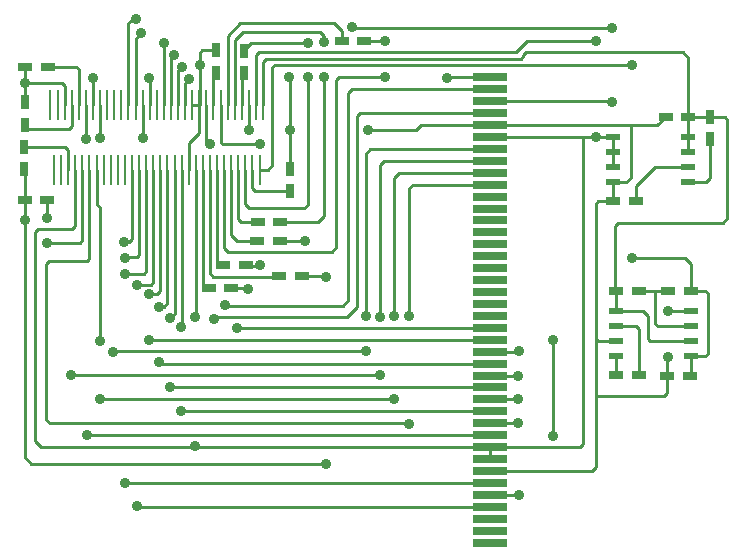
<source format=gtl>
G04 (created by PCBNEW (22-Jun-2014 BZR 4027)-stable) date Sun 04 Dec 2016 05:28:58 PM CST*
%MOIN*%
G04 Gerber Fmt 3.4, Leading zero omitted, Abs format*
%FSLAX34Y34*%
G01*
G70*
G90*
G04 APERTURE LIST*
%ADD10C,0.00590551*%
%ADD11R,0.0472441X0.0295276*%
%ADD12R,0.0295276X0.0472441*%
%ADD13R,0.00984252X0.0984252*%
%ADD14R,0.11811X0.0275591*%
%ADD15R,0.045X0.02*%
%ADD16C,0.035*%
%ADD17C,0.01*%
G04 APERTURE END LIST*
G54D10*
G54D11*
X60235Y-42306D03*
X60984Y-42306D03*
X73845Y-38175D03*
X74594Y-38175D03*
G54D12*
X52470Y-39165D03*
X52470Y-39914D03*
X52480Y-38444D03*
X52480Y-37695D03*
G54D11*
X53244Y-36500D03*
X52495Y-36500D03*
X53234Y-40950D03*
X52485Y-40950D03*
X59369Y-43875D03*
X58620Y-43875D03*
X60960Y-43485D03*
X61709Y-43485D03*
G54D12*
X58850Y-36704D03*
X58850Y-35955D03*
G54D11*
X59849Y-43110D03*
X59100Y-43110D03*
X63055Y-35640D03*
X63804Y-35640D03*
G54D12*
X75330Y-38924D03*
X75330Y-38175D03*
G54D11*
X60255Y-41670D03*
X61004Y-41670D03*
G54D12*
X59790Y-35970D03*
X59790Y-36719D03*
X61320Y-40649D03*
X61320Y-39900D03*
G54D11*
X74644Y-46800D03*
X73895Y-46800D03*
X72854Y-40995D03*
X72105Y-40995D03*
X72953Y-46792D03*
X72204Y-46792D03*
X72200Y-43965D03*
X72949Y-43965D03*
G54D13*
X56292Y-39941D03*
X56528Y-39941D03*
X56055Y-39941D03*
X55819Y-39941D03*
X54874Y-39941D03*
X55111Y-39941D03*
X55583Y-39941D03*
X55347Y-39941D03*
X53457Y-39941D03*
X53693Y-39941D03*
X53929Y-39941D03*
X54166Y-39941D03*
X54638Y-39941D03*
X54402Y-39941D03*
X58181Y-39941D03*
X58418Y-39941D03*
X57945Y-39941D03*
X57709Y-39941D03*
X56764Y-39941D03*
X57000Y-39941D03*
X57473Y-39941D03*
X57237Y-39941D03*
X59126Y-39941D03*
X59362Y-39941D03*
X58890Y-39941D03*
X58654Y-39941D03*
X59599Y-39941D03*
X59835Y-39941D03*
X56410Y-37776D03*
X56646Y-37776D03*
X56174Y-37776D03*
X55937Y-37776D03*
X54992Y-37776D03*
X55229Y-37776D03*
X55701Y-37776D03*
X55465Y-37776D03*
X53575Y-37776D03*
X53811Y-37776D03*
X53339Y-37776D03*
X54048Y-37776D03*
X54284Y-37776D03*
X54756Y-37776D03*
X54520Y-37776D03*
X58300Y-37776D03*
X58536Y-37776D03*
X58063Y-37776D03*
X57827Y-37776D03*
X56882Y-37776D03*
X57118Y-37776D03*
X57591Y-37776D03*
X57355Y-37776D03*
X59244Y-37776D03*
X59481Y-37776D03*
X59008Y-37776D03*
X58772Y-37776D03*
X59717Y-37776D03*
X59953Y-37776D03*
X60425Y-37776D03*
X60189Y-37776D03*
X60307Y-39941D03*
X60071Y-39941D03*
G54D14*
X67982Y-44015D03*
X67982Y-44412D03*
X67982Y-43617D03*
X67982Y-43220D03*
X67982Y-41629D03*
X67982Y-42027D03*
X67982Y-42822D03*
X67982Y-42424D03*
X67982Y-39243D03*
X67982Y-39641D03*
X67982Y-38846D03*
X67982Y-38448D03*
X67982Y-40038D03*
X67982Y-40436D03*
X67982Y-41231D03*
X67982Y-40834D03*
X67982Y-36857D03*
X67982Y-37255D03*
X67982Y-38050D03*
X67982Y-37653D03*
X67982Y-45605D03*
X67982Y-46003D03*
X67982Y-45208D03*
X67982Y-44810D03*
X67982Y-48787D03*
X67982Y-49184D03*
X67982Y-48389D03*
X67982Y-47991D03*
X67982Y-46401D03*
X67982Y-46798D03*
X67982Y-47594D03*
X67982Y-47196D03*
X67982Y-50377D03*
X67982Y-50775D03*
X67982Y-49979D03*
X67982Y-49582D03*
X67982Y-51172D03*
X67982Y-51570D03*
X67982Y-52365D03*
X67982Y-51968D03*
G54D15*
X74687Y-44656D03*
X74687Y-45156D03*
X74687Y-45656D03*
X74687Y-46156D03*
X72187Y-46156D03*
X72187Y-45656D03*
X72187Y-45156D03*
X72187Y-44656D03*
G54D11*
X73925Y-43965D03*
X74674Y-43965D03*
G54D15*
X74598Y-38850D03*
X74598Y-39350D03*
X74598Y-39850D03*
X74598Y-40350D03*
X72098Y-40350D03*
X72098Y-39850D03*
X72098Y-39350D03*
X72098Y-38850D03*
G54D16*
X72735Y-36435D03*
X72735Y-42870D03*
X71520Y-38850D03*
X71520Y-35660D03*
X58168Y-49148D03*
X58168Y-44858D03*
X54990Y-38890D03*
X55420Y-46000D03*
X63840Y-45990D03*
X63840Y-44820D03*
X56190Y-34905D03*
X66555Y-36870D03*
X55790Y-42340D03*
X59164Y-44464D03*
X56950Y-44500D03*
X56950Y-46360D03*
X68936Y-46802D03*
X57450Y-36110D03*
X57330Y-47190D03*
X57330Y-44880D03*
X68929Y-47593D03*
X57720Y-36510D03*
X57700Y-47970D03*
X57700Y-45180D03*
X68929Y-48384D03*
X57960Y-36927D03*
X56370Y-35380D03*
X63405Y-35190D03*
X72060Y-35230D03*
X72060Y-37680D03*
X55815Y-42885D03*
X58793Y-44905D03*
X59550Y-45210D03*
X56430Y-38890D03*
X55830Y-43400D03*
X55830Y-50370D03*
X68960Y-50780D03*
X70090Y-48800D03*
X70090Y-45630D03*
X56610Y-36890D03*
X56230Y-43770D03*
X56230Y-51140D03*
X56620Y-44080D03*
X56620Y-45600D03*
X68970Y-45980D03*
X57120Y-35710D03*
X58310Y-36435D03*
X62520Y-43530D03*
X63915Y-38625D03*
X52480Y-37060D03*
X52480Y-41600D03*
X61305Y-36840D03*
X62535Y-49740D03*
X61810Y-42301D03*
X59955Y-38605D03*
X61313Y-38605D03*
X73935Y-46170D03*
X73935Y-44660D03*
X58650Y-39080D03*
X59928Y-43912D03*
X60310Y-39080D03*
X60310Y-43100D03*
X64490Y-35640D03*
X64490Y-36850D03*
X62450Y-36840D03*
X62450Y-35680D03*
X61930Y-35700D03*
X61920Y-36840D03*
X53234Y-41564D03*
X53220Y-42370D03*
X65300Y-48400D03*
X65300Y-44820D03*
X64320Y-44835D03*
X64320Y-46770D03*
X54760Y-36890D03*
X54020Y-46780D03*
X54530Y-38900D03*
X54547Y-48787D03*
X64800Y-47580D03*
X64800Y-44820D03*
X54992Y-45633D03*
X54992Y-47586D03*
G54D17*
X60732Y-36680D02*
X60732Y-36519D01*
X60960Y-36435D02*
X72735Y-36435D01*
X72735Y-42870D02*
X72750Y-42885D01*
X72750Y-42885D02*
X74490Y-42885D01*
X74490Y-42885D02*
X74674Y-43069D01*
X60816Y-36435D02*
X60960Y-36435D01*
X60732Y-36519D02*
X60816Y-36435D01*
X60732Y-39195D02*
X60732Y-36680D01*
X60732Y-36680D02*
X60732Y-36663D01*
X74674Y-43069D02*
X74674Y-43965D01*
X74674Y-43965D02*
X74674Y-43069D01*
X60575Y-39941D02*
X60307Y-39941D01*
X60732Y-39785D02*
X60575Y-39941D01*
X60732Y-39546D02*
X60732Y-39785D01*
X60732Y-39128D02*
X60732Y-39195D01*
X60732Y-39195D02*
X60732Y-39546D01*
X74674Y-43069D02*
X74670Y-43065D01*
X74674Y-43965D02*
X75155Y-43965D01*
X75154Y-46156D02*
X74687Y-46156D01*
X75240Y-46070D02*
X75154Y-46156D01*
X75240Y-44050D02*
X75240Y-46070D01*
X75155Y-43965D02*
X75240Y-44050D01*
X74687Y-46156D02*
X74687Y-46757D01*
X74687Y-46757D02*
X74644Y-46800D01*
X54166Y-41308D02*
X54166Y-41823D01*
X54166Y-39941D02*
X54166Y-41308D01*
X52830Y-42030D02*
X52830Y-42710D01*
X52930Y-41930D02*
X52830Y-42030D01*
X54060Y-41930D02*
X52930Y-41930D01*
X54166Y-41823D02*
X54060Y-41930D01*
X60189Y-37776D02*
X60189Y-36130D01*
X71520Y-38850D02*
X72098Y-38850D01*
X69230Y-35660D02*
X71520Y-35660D01*
X68870Y-36020D02*
X69230Y-35660D01*
X60300Y-36020D02*
X68870Y-36020D01*
X60189Y-36130D02*
X60300Y-36020D01*
X67982Y-49184D02*
X67982Y-49582D01*
X58181Y-39941D02*
X58181Y-44844D01*
X58181Y-44844D02*
X58168Y-44858D01*
X58168Y-49148D02*
X58168Y-49170D01*
X58168Y-49170D02*
X58168Y-49148D01*
X58168Y-49148D02*
X58168Y-49170D01*
X52960Y-49120D02*
X53010Y-49170D01*
X53010Y-49170D02*
X58168Y-49170D01*
X58168Y-49170D02*
X67968Y-49170D01*
X67968Y-49170D02*
X67982Y-49184D01*
X52830Y-44955D02*
X52830Y-48990D01*
X52830Y-48990D02*
X52960Y-49120D01*
X52830Y-42645D02*
X52830Y-42710D01*
X52830Y-42710D02*
X52830Y-44955D01*
X67982Y-49184D02*
X70980Y-49184D01*
X71100Y-49065D02*
X71100Y-38846D01*
X70980Y-49184D02*
X71100Y-49065D01*
X72098Y-38850D02*
X72098Y-39350D01*
X67982Y-38846D02*
X71100Y-38846D01*
X71100Y-38846D02*
X72094Y-38846D01*
X72094Y-38846D02*
X72098Y-38850D01*
X72098Y-38850D02*
X72098Y-39850D01*
X69104Y-36134D02*
X69104Y-36116D01*
X74594Y-36204D02*
X74594Y-38175D01*
X74420Y-36030D02*
X74594Y-36204D01*
X69190Y-36030D02*
X74420Y-36030D01*
X69104Y-36116D02*
X69190Y-36030D01*
X60425Y-36477D02*
X60425Y-36342D01*
X69006Y-36232D02*
X69104Y-36134D01*
X69104Y-36134D02*
X69118Y-36120D01*
X60536Y-36232D02*
X69006Y-36232D01*
X60425Y-36342D02*
X60536Y-36232D01*
X60425Y-37776D02*
X60425Y-36477D01*
X60425Y-36477D02*
X60425Y-36459D01*
X72187Y-44656D02*
X72187Y-43978D01*
X75807Y-38175D02*
X75330Y-38175D01*
X75901Y-38269D02*
X75807Y-38175D01*
X75901Y-41557D02*
X75901Y-38269D01*
X75756Y-41702D02*
X75901Y-41557D01*
X74987Y-41702D02*
X75756Y-41702D01*
X74985Y-41700D02*
X74987Y-41702D01*
X72270Y-41700D02*
X74985Y-41700D01*
X72165Y-41805D02*
X72270Y-41700D01*
X72165Y-43956D02*
X72165Y-41805D01*
X72187Y-43978D02*
X72165Y-43956D01*
X74687Y-45656D02*
X73331Y-45656D01*
X73101Y-44656D02*
X72187Y-44656D01*
X73245Y-44800D02*
X73101Y-44656D01*
X73245Y-45570D02*
X73245Y-44800D01*
X73331Y-45656D02*
X73245Y-45570D01*
X74598Y-39350D02*
X74598Y-38850D01*
X74598Y-38850D02*
X74594Y-38846D01*
X74594Y-38846D02*
X74594Y-38175D01*
X74594Y-38175D02*
X74595Y-38175D01*
X74595Y-38175D02*
X75330Y-38175D01*
X54992Y-38887D02*
X54990Y-38890D01*
X54992Y-37776D02*
X54992Y-38887D01*
X55420Y-46000D02*
X55420Y-45990D01*
X55420Y-45990D02*
X55420Y-46000D01*
X55420Y-46000D02*
X55420Y-45990D01*
X55420Y-45990D02*
X56760Y-45990D01*
X67982Y-39243D02*
X64001Y-39243D01*
X63840Y-45990D02*
X56760Y-45990D01*
X63840Y-39405D02*
X63840Y-44820D01*
X64001Y-39243D02*
X63840Y-39405D01*
X55937Y-35170D02*
X55937Y-35062D01*
X56095Y-34905D02*
X56190Y-34905D01*
X55937Y-35062D02*
X56095Y-34905D01*
X55937Y-36627D02*
X55937Y-37776D01*
X55937Y-36627D02*
X55937Y-35170D01*
X55937Y-35170D02*
X55937Y-35157D01*
X66567Y-36857D02*
X67982Y-36857D01*
X66555Y-36870D02*
X66567Y-36857D01*
X56055Y-42074D02*
X56055Y-42252D01*
X56055Y-39941D02*
X56055Y-42074D01*
X59164Y-44464D02*
X59175Y-44475D01*
X59175Y-44475D02*
X63075Y-44475D01*
X63075Y-44475D02*
X63260Y-44290D01*
X63260Y-44290D02*
X63260Y-37370D01*
X63260Y-37370D02*
X63374Y-37255D01*
X63374Y-37255D02*
X67982Y-37255D01*
X55968Y-42340D02*
X55790Y-42340D01*
X56055Y-42252D02*
X55968Y-42340D01*
X57237Y-44163D02*
X57237Y-44374D01*
X56950Y-46360D02*
X56991Y-46401D01*
X56991Y-46401D02*
X57298Y-46401D01*
X57112Y-44500D02*
X56950Y-44500D01*
X57237Y-44374D02*
X57112Y-44500D01*
X57237Y-39941D02*
X57237Y-44163D01*
X57237Y-44163D02*
X57237Y-44212D01*
X67982Y-46401D02*
X57340Y-46401D01*
X57340Y-46401D02*
X57261Y-46401D01*
X68936Y-46802D02*
X68932Y-46798D01*
X68932Y-46798D02*
X67982Y-46798D01*
X57355Y-36169D02*
X57390Y-36169D01*
X57355Y-37776D02*
X57355Y-36169D01*
X57390Y-36169D02*
X57450Y-36110D01*
X57473Y-39941D02*
X57473Y-44736D01*
X57336Y-47196D02*
X57516Y-47196D01*
X57330Y-47190D02*
X57336Y-47196D01*
X57473Y-44736D02*
X57330Y-44880D01*
X67982Y-47196D02*
X57516Y-47196D01*
X68929Y-47593D02*
X68927Y-47594D01*
X68927Y-47594D02*
X67982Y-47594D01*
X57680Y-36550D02*
X57680Y-36580D01*
X57720Y-36510D02*
X57680Y-36550D01*
X57591Y-37776D02*
X57591Y-36608D01*
X57709Y-39941D02*
X57709Y-45170D01*
X57721Y-47991D02*
X57726Y-47991D01*
X57700Y-47970D02*
X57721Y-47991D01*
X57709Y-45170D02*
X57700Y-45180D01*
X67982Y-47991D02*
X57726Y-47991D01*
X57726Y-47991D02*
X57690Y-47955D01*
X67982Y-48389D02*
X68923Y-48389D01*
X68929Y-48384D02*
X68923Y-48389D01*
X57828Y-37058D02*
X57828Y-37775D01*
X57828Y-37775D02*
X57827Y-37776D01*
X57827Y-37059D02*
X57828Y-37058D01*
X57828Y-37058D02*
X57960Y-36927D01*
X56174Y-36860D02*
X56174Y-35575D01*
X72060Y-35230D02*
X63445Y-35230D01*
X63445Y-35230D02*
X63405Y-35190D01*
X72060Y-37680D02*
X72033Y-37653D01*
X72033Y-37653D02*
X67982Y-37653D01*
X56174Y-35575D02*
X56370Y-35380D01*
X56174Y-36840D02*
X56174Y-36860D01*
X56174Y-36860D02*
X56174Y-37776D01*
X56292Y-42371D02*
X56292Y-42778D01*
X58793Y-44905D02*
X58856Y-44842D01*
X58856Y-44842D02*
X63231Y-44842D01*
X63231Y-44842D02*
X63546Y-44527D01*
X63546Y-44527D02*
X63546Y-38164D01*
X63546Y-38164D02*
X63659Y-38050D01*
X63659Y-38050D02*
X67982Y-38050D01*
X55839Y-42861D02*
X55815Y-42885D01*
X56210Y-42861D02*
X55839Y-42861D01*
X56292Y-42778D02*
X56210Y-42861D01*
X56292Y-42407D02*
X56292Y-42371D01*
X56292Y-42371D02*
X56292Y-39941D01*
X56410Y-37776D02*
X56410Y-38859D01*
X59550Y-45210D02*
X59551Y-45208D01*
X59551Y-45208D02*
X67982Y-45208D01*
X56430Y-38879D02*
X56430Y-38890D01*
X56410Y-38859D02*
X56430Y-38879D01*
X56528Y-42701D02*
X56528Y-43319D01*
X55830Y-50370D02*
X55837Y-50377D01*
X55837Y-50377D02*
X56602Y-50377D01*
X56602Y-50377D02*
X56610Y-50370D01*
X56610Y-50377D02*
X56610Y-50370D01*
X56528Y-42701D02*
X56528Y-39941D01*
X56448Y-43400D02*
X55830Y-43400D01*
X56528Y-43319D02*
X56448Y-43400D01*
X67982Y-50377D02*
X56610Y-50377D01*
X56610Y-50377D02*
X56527Y-50377D01*
X56527Y-50377D02*
X56520Y-50370D01*
X68955Y-50775D02*
X67982Y-50775D01*
X68960Y-50780D02*
X68955Y-50775D01*
X70090Y-45630D02*
X70090Y-48800D01*
X56646Y-37023D02*
X56646Y-36926D01*
X56646Y-37023D02*
X56646Y-37776D01*
X56646Y-36926D02*
X56610Y-36890D01*
X56764Y-43235D02*
X56764Y-43678D01*
X56230Y-51140D02*
X56262Y-51172D01*
X57017Y-51172D02*
X56262Y-51172D01*
X56764Y-43235D02*
X56764Y-39941D01*
X56673Y-43770D02*
X56230Y-43770D01*
X56764Y-43678D02*
X56673Y-43770D01*
X67982Y-51172D02*
X57050Y-51172D01*
X57050Y-51172D02*
X56827Y-51172D01*
X57000Y-43699D02*
X57000Y-43981D01*
X56620Y-45600D02*
X56625Y-45605D01*
X57164Y-45605D02*
X56625Y-45605D01*
X57000Y-43699D02*
X57000Y-39941D01*
X56902Y-44080D02*
X56620Y-44080D01*
X57000Y-43981D02*
X56902Y-44080D01*
X67982Y-45605D02*
X57170Y-45605D01*
X57170Y-45605D02*
X57050Y-45605D01*
X68946Y-46003D02*
X67982Y-46003D01*
X68970Y-45980D02*
X68946Y-46003D01*
X57118Y-35711D02*
X57118Y-37776D01*
X57120Y-35710D02*
X57118Y-35711D01*
X72098Y-40350D02*
X72532Y-40350D01*
X72681Y-40201D02*
X72681Y-38448D01*
X72532Y-40350D02*
X72681Y-40201D01*
X72730Y-38448D02*
X72681Y-38448D01*
X72681Y-38448D02*
X72861Y-38448D01*
X73572Y-38448D02*
X73845Y-38175D01*
X72861Y-38448D02*
X73572Y-38448D01*
X61709Y-43485D02*
X62475Y-43485D01*
X62475Y-43485D02*
X62520Y-43530D01*
X63915Y-38625D02*
X65520Y-38625D01*
X65696Y-38448D02*
X67982Y-38448D01*
X65520Y-38625D02*
X65696Y-38448D01*
X52480Y-37060D02*
X52480Y-36515D01*
X52480Y-36515D02*
X52495Y-36500D01*
X52480Y-41600D02*
X52485Y-41600D01*
X52485Y-41600D02*
X52480Y-41600D01*
X52480Y-41600D02*
X52485Y-41600D01*
X61305Y-36885D02*
X61313Y-36885D01*
X61313Y-36877D02*
X61305Y-36885D01*
X61313Y-36848D02*
X61313Y-36877D01*
X61305Y-36840D02*
X61313Y-36848D01*
X61313Y-36742D02*
X61313Y-36885D01*
X61320Y-36735D02*
X61313Y-36742D01*
X61313Y-36885D02*
X61313Y-38605D01*
X52485Y-40950D02*
X52485Y-41600D01*
X52485Y-41600D02*
X52485Y-49530D01*
X52485Y-49530D02*
X52695Y-49740D01*
X62535Y-49740D02*
X52695Y-49740D01*
X57945Y-39941D02*
X57945Y-39054D01*
X58300Y-38700D02*
X58300Y-37776D01*
X57945Y-39054D02*
X58300Y-38700D01*
X58063Y-37776D02*
X58300Y-37776D01*
X58300Y-37776D02*
X58310Y-37766D01*
X58310Y-37766D02*
X58310Y-36435D01*
X58310Y-36435D02*
X58310Y-36040D01*
X58394Y-35955D02*
X58850Y-35955D01*
X58310Y-36040D02*
X58394Y-35955D01*
X61805Y-42306D02*
X60984Y-42306D01*
X61810Y-42301D02*
X61805Y-42306D01*
X59953Y-37776D02*
X59953Y-38603D01*
X59953Y-38603D02*
X59955Y-38605D01*
X61320Y-38612D02*
X61320Y-39900D01*
X61313Y-38605D02*
X61320Y-38612D01*
X72187Y-45656D02*
X71584Y-45656D01*
X71584Y-45656D02*
X71512Y-45584D01*
X72105Y-40995D02*
X71600Y-40995D01*
X71512Y-48489D02*
X71520Y-48489D01*
X71512Y-41083D02*
X71512Y-45584D01*
X71512Y-45584D02*
X71512Y-48489D01*
X71600Y-40995D02*
X71512Y-41083D01*
X73895Y-46800D02*
X73895Y-47394D01*
X71520Y-47490D02*
X71520Y-48489D01*
X73895Y-47394D02*
X73800Y-47490D01*
X73800Y-47490D02*
X71520Y-47490D01*
X71400Y-49979D02*
X67982Y-49979D01*
X71520Y-49860D02*
X71400Y-49979D01*
X71520Y-48489D02*
X71520Y-49860D01*
X74687Y-44656D02*
X73939Y-44656D01*
X73895Y-46209D02*
X73895Y-46800D01*
X73935Y-46170D02*
X73895Y-46209D01*
X73939Y-44656D02*
X73935Y-44660D01*
X67982Y-38448D02*
X72730Y-38448D01*
X72730Y-38448D02*
X72743Y-38448D01*
X72098Y-40350D02*
X72098Y-40987D01*
X72098Y-40987D02*
X72105Y-40995D01*
X53811Y-37776D02*
X53811Y-37141D01*
X53730Y-37060D02*
X52480Y-37060D01*
X53811Y-37141D02*
X53730Y-37060D01*
X52480Y-37695D02*
X52480Y-37060D01*
X52485Y-40950D02*
X52485Y-39930D01*
X52485Y-39930D02*
X52470Y-39914D01*
X58654Y-39941D02*
X58654Y-43384D01*
X58770Y-43500D02*
X60842Y-43500D01*
X58654Y-43384D02*
X58770Y-43500D01*
X59180Y-43890D02*
X59906Y-43890D01*
X58536Y-38966D02*
X58536Y-37776D01*
X58650Y-39080D02*
X58536Y-38966D01*
X59906Y-43890D02*
X59928Y-43912D01*
X58772Y-37776D02*
X58772Y-36781D01*
X58772Y-36781D02*
X58850Y-36704D01*
X58890Y-39941D02*
X58890Y-43072D01*
X58890Y-43072D02*
X58959Y-43142D01*
X59708Y-43142D02*
X60268Y-43142D01*
X59008Y-39014D02*
X59008Y-37776D01*
X59072Y-39078D02*
X59008Y-39014D01*
X59218Y-39078D02*
X59072Y-39078D01*
X59220Y-39080D02*
X59218Y-39078D01*
X60310Y-39080D02*
X59220Y-39080D01*
X60268Y-43142D02*
X60310Y-43100D01*
X59244Y-37776D02*
X59244Y-35465D01*
X63055Y-35315D02*
X63055Y-35640D01*
X62790Y-35050D02*
X63055Y-35315D01*
X59660Y-35050D02*
X62790Y-35050D01*
X59244Y-35465D02*
X59660Y-35050D01*
X53929Y-39941D02*
X53929Y-39279D01*
X53815Y-39165D02*
X52470Y-39165D01*
X53929Y-39279D02*
X53815Y-39165D01*
X54048Y-37776D02*
X54048Y-38471D01*
X52605Y-38570D02*
X52480Y-38444D01*
X53950Y-38570D02*
X52605Y-38570D01*
X54048Y-38471D02*
X53950Y-38570D01*
X72854Y-40995D02*
X72854Y-40496D01*
X73501Y-39850D02*
X74598Y-39850D01*
X72854Y-40496D02*
X73501Y-39850D01*
X72187Y-45156D02*
X72851Y-45156D01*
X72953Y-45258D02*
X72953Y-46792D01*
X72851Y-45156D02*
X72953Y-45258D01*
X74687Y-45156D02*
X73591Y-45156D01*
X73505Y-45070D02*
X73505Y-43965D01*
X73591Y-45156D02*
X73505Y-45070D01*
X73925Y-43965D02*
X73505Y-43965D01*
X73505Y-43965D02*
X72949Y-43965D01*
X72187Y-46156D02*
X72187Y-46774D01*
X72187Y-46774D02*
X72204Y-46792D01*
X54284Y-37776D02*
X54284Y-36584D01*
X54200Y-36500D02*
X53244Y-36500D01*
X54284Y-36584D02*
X54200Y-36500D01*
X75330Y-38924D02*
X75330Y-40222D01*
X75202Y-40350D02*
X74598Y-40350D01*
X75330Y-40222D02*
X75202Y-40350D01*
X59717Y-37776D02*
X59717Y-36791D01*
X59717Y-36791D02*
X59790Y-36719D01*
X63266Y-36855D02*
X64485Y-36855D01*
X64490Y-35640D02*
X63804Y-35640D01*
X64485Y-36855D02*
X64490Y-36850D01*
X62860Y-37121D02*
X62860Y-36939D01*
X63266Y-36855D02*
X63266Y-36850D01*
X62944Y-36855D02*
X63266Y-36855D01*
X62860Y-36939D02*
X62944Y-36855D01*
X63120Y-36850D02*
X63266Y-36850D01*
X59126Y-42546D02*
X59126Y-39941D01*
X59250Y-42670D02*
X59126Y-42546D01*
X62710Y-42670D02*
X59250Y-42670D01*
X62860Y-42520D02*
X62710Y-42670D01*
X62860Y-37110D02*
X62860Y-37121D01*
X62860Y-37121D02*
X62860Y-42520D01*
X59362Y-39941D02*
X59362Y-42127D01*
X59541Y-42306D02*
X60235Y-42306D01*
X59362Y-42127D02*
X59541Y-42306D01*
X62120Y-35350D02*
X62310Y-35350D01*
X59481Y-35628D02*
X59760Y-35350D01*
X59760Y-35350D02*
X62120Y-35350D01*
X59481Y-35628D02*
X59481Y-37776D01*
X62450Y-35490D02*
X62450Y-35680D01*
X62310Y-35350D02*
X62450Y-35490D01*
X62450Y-36840D02*
X62450Y-41490D01*
X62270Y-41670D02*
X61004Y-41670D01*
X62450Y-41490D02*
X62270Y-41670D01*
X62500Y-36890D02*
X62500Y-36910D01*
X62450Y-36840D02*
X62500Y-36890D01*
X59790Y-35970D02*
X59790Y-35940D01*
X60030Y-35700D02*
X61930Y-35700D01*
X59790Y-35940D02*
X60030Y-35700D01*
X61920Y-36840D02*
X61920Y-41100D01*
X59835Y-39941D02*
X59835Y-41085D01*
X59970Y-41220D02*
X59835Y-41085D01*
X61800Y-41220D02*
X59970Y-41220D01*
X61920Y-41100D02*
X61800Y-41220D01*
X58418Y-39941D02*
X58418Y-43876D01*
X58418Y-43876D02*
X58431Y-43890D01*
X53234Y-40950D02*
X53234Y-41564D01*
X54400Y-41620D02*
X54402Y-41620D01*
X54400Y-42290D02*
X54400Y-41620D01*
X54320Y-42370D02*
X54400Y-42290D01*
X53220Y-42370D02*
X54320Y-42370D01*
X54402Y-39941D02*
X54402Y-41620D01*
X54402Y-41620D02*
X54402Y-41732D01*
X59599Y-39941D02*
X59599Y-41588D01*
X59681Y-41670D02*
X60255Y-41670D01*
X59599Y-41588D02*
X59681Y-41670D01*
X60071Y-39941D02*
X60071Y-40548D01*
X60172Y-40649D02*
X61320Y-40649D01*
X60071Y-40548D02*
X60172Y-40649D01*
X55460Y-48375D02*
X53296Y-48375D01*
X65300Y-48375D02*
X55460Y-48375D01*
X54638Y-42898D02*
X54550Y-42987D01*
X54550Y-42987D02*
X53305Y-42987D01*
X53305Y-42987D02*
X53200Y-43092D01*
X53200Y-43092D02*
X53200Y-48279D01*
X53200Y-48279D02*
X53284Y-48363D01*
X54638Y-42898D02*
X54638Y-39941D01*
X53296Y-48375D02*
X53284Y-48363D01*
X65850Y-40436D02*
X65413Y-40436D01*
X65300Y-40550D02*
X65300Y-44820D01*
X65413Y-40436D02*
X65300Y-40550D01*
X65300Y-48400D02*
X65300Y-48375D01*
X65300Y-48375D02*
X65300Y-48400D01*
X65300Y-48400D02*
X65300Y-48375D01*
X67982Y-40436D02*
X65850Y-40436D01*
X65850Y-40436D02*
X65808Y-40436D01*
X64480Y-39641D02*
X64448Y-39641D01*
X64320Y-46770D02*
X55190Y-46770D01*
X64320Y-39770D02*
X64320Y-44835D01*
X64448Y-39641D02*
X64320Y-39770D01*
X54760Y-36890D02*
X54756Y-36893D01*
X54756Y-36893D02*
X54756Y-37776D01*
X55190Y-46770D02*
X55190Y-46780D01*
X55180Y-46770D02*
X55190Y-46780D01*
X54030Y-46770D02*
X55180Y-46770D01*
X54020Y-46780D02*
X54030Y-46770D01*
X67982Y-39641D02*
X64480Y-39641D01*
X64480Y-39641D02*
X64473Y-39641D01*
X55190Y-46770D02*
X54840Y-46770D01*
X54520Y-37776D02*
X54520Y-38740D01*
X54530Y-38750D02*
X54530Y-38900D01*
X54520Y-38740D02*
X54530Y-38750D01*
X67982Y-48787D02*
X54547Y-48787D01*
X54547Y-48787D02*
X54525Y-48810D01*
X65150Y-40038D02*
X64961Y-40038D01*
X64800Y-40200D02*
X64800Y-44820D01*
X64961Y-40038D02*
X64800Y-40200D01*
X64800Y-47580D02*
X64800Y-47565D01*
X64800Y-47565D02*
X64800Y-47580D01*
X64800Y-47580D02*
X64800Y-47565D01*
X54874Y-39941D02*
X54874Y-41094D01*
X54992Y-47586D02*
X55013Y-47565D01*
X55013Y-47565D02*
X55020Y-47565D01*
X55020Y-47565D02*
X55041Y-47586D01*
X55041Y-47586D02*
X55041Y-47565D01*
X54992Y-41212D02*
X54992Y-45633D01*
X54874Y-41094D02*
X54992Y-41212D01*
X67982Y-40038D02*
X65150Y-40038D01*
X65150Y-40038D02*
X65126Y-40038D01*
X64800Y-47565D02*
X55041Y-47565D01*
X55041Y-47565D02*
X54915Y-47565D01*
M02*

</source>
